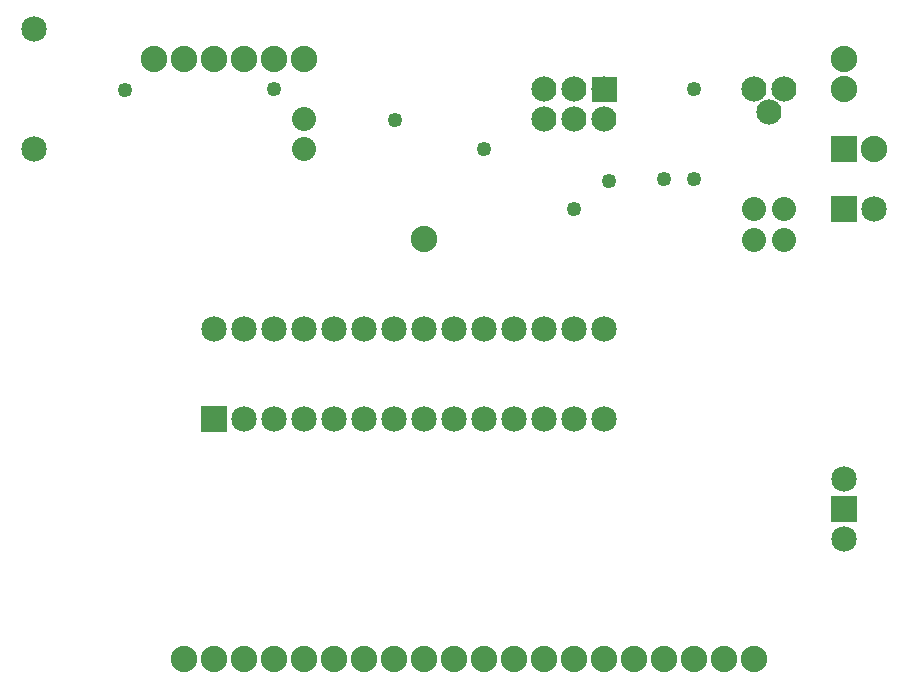
<source format=gbs>
G04 MADE WITH FRITZING*
G04 WWW.FRITZING.ORG*
G04 DOUBLE SIDED*
G04 HOLES PLATED*
G04 CONTOUR ON CENTER OF CONTOUR VECTOR*
%ASAXBY*%
%FSLAX23Y23*%
%MOIN*%
%OFA0B0*%
%SFA1.0B1.0*%
%ADD10C,0.088000*%
%ADD11C,0.049370*%
%ADD12C,0.085000*%
%ADD13C,0.080000*%
%ADD14C,0.084000*%
%ADD15R,0.085000X0.085000*%
%ADD16R,0.088000X0.088000*%
%ADD17R,0.001000X0.001000*%
%LNMASK0*%
G90*
G70*
G54D10*
X819Y2068D03*
X919Y2068D03*
X1019Y2068D03*
X1119Y2068D03*
X1219Y2068D03*
X1319Y2068D03*
G54D11*
X1620Y1867D03*
X1919Y1768D03*
X721Y1965D03*
X1219Y1968D03*
X2619Y1668D03*
X2219Y1568D03*
X2334Y1664D03*
X2519Y1668D03*
X2619Y1968D03*
G54D12*
X419Y2168D03*
X419Y1768D03*
G54D13*
X2919Y1568D03*
X2919Y1467D03*
G54D12*
X3119Y468D03*
X3119Y568D03*
X3119Y668D03*
G54D10*
X3119Y1768D03*
X3219Y1768D03*
G54D14*
X2819Y1968D03*
X2869Y1893D03*
X2919Y1968D03*
G54D12*
X3119Y1568D03*
X3219Y1568D03*
G54D13*
X2819Y1568D03*
X2819Y1467D03*
X1319Y1768D03*
X1319Y1868D03*
G54D10*
X1719Y1468D03*
X3119Y2068D03*
X3119Y1968D03*
G54D12*
X1019Y870D03*
X1019Y1170D03*
X1119Y870D03*
X1119Y1170D03*
X1219Y870D03*
X1219Y1170D03*
X1319Y870D03*
X1319Y1170D03*
X1419Y870D03*
X1419Y1170D03*
X1519Y870D03*
X1519Y1170D03*
X1619Y870D03*
X1619Y1170D03*
X1719Y870D03*
X1719Y1170D03*
X1819Y870D03*
X1819Y1170D03*
X1919Y870D03*
X1919Y1170D03*
X2019Y870D03*
X2019Y1170D03*
X2119Y870D03*
X2119Y1170D03*
X2219Y870D03*
X2219Y1170D03*
X2319Y870D03*
X2319Y1170D03*
G54D10*
X919Y68D03*
X1019Y68D03*
X1119Y68D03*
X1219Y68D03*
X1319Y68D03*
X1419Y68D03*
X1519Y68D03*
X1619Y68D03*
X1719Y68D03*
X1819Y68D03*
X1919Y68D03*
X2019Y68D03*
X2119Y68D03*
X2219Y68D03*
X2319Y68D03*
X2419Y68D03*
X2519Y68D03*
X2619Y68D03*
X2719Y68D03*
X2819Y68D03*
G54D14*
X2319Y1968D03*
X2319Y1868D03*
X2219Y1968D03*
X2219Y1868D03*
X2119Y1968D03*
X2119Y1868D03*
G54D15*
X3119Y568D03*
G54D16*
X3119Y1768D03*
G54D15*
X3119Y1568D03*
X1019Y870D03*
G54D17*
X2277Y2009D02*
X2360Y2009D01*
X2277Y2008D02*
X2360Y2008D01*
X2277Y2007D02*
X2360Y2007D01*
X2277Y2006D02*
X2360Y2006D01*
X2277Y2005D02*
X2360Y2005D01*
X2277Y2004D02*
X2360Y2004D01*
X2277Y2003D02*
X2360Y2003D01*
X2277Y2002D02*
X2360Y2002D01*
X2277Y2001D02*
X2360Y2001D01*
X2277Y2000D02*
X2360Y2000D01*
X2277Y1999D02*
X2360Y1999D01*
X2277Y1998D02*
X2360Y1998D01*
X2277Y1997D02*
X2360Y1997D01*
X2277Y1996D02*
X2360Y1996D01*
X2277Y1995D02*
X2360Y1995D01*
X2277Y1994D02*
X2360Y1994D01*
X2277Y1993D02*
X2360Y1993D01*
X2277Y1992D02*
X2360Y1992D01*
X2277Y1991D02*
X2360Y1991D01*
X2277Y1990D02*
X2360Y1990D01*
X2277Y1989D02*
X2360Y1989D01*
X2277Y1988D02*
X2360Y1988D01*
X2277Y1987D02*
X2360Y1987D01*
X2277Y1986D02*
X2360Y1986D01*
X2277Y1985D02*
X2360Y1985D01*
X2277Y1984D02*
X2360Y1984D01*
X2277Y1983D02*
X2360Y1983D01*
X2277Y1982D02*
X2313Y1982D01*
X2324Y1982D02*
X2360Y1982D01*
X2277Y1981D02*
X2311Y1981D01*
X2327Y1981D02*
X2360Y1981D01*
X2277Y1980D02*
X2309Y1980D01*
X2328Y1980D02*
X2360Y1980D01*
X2277Y1979D02*
X2308Y1979D01*
X2329Y1979D02*
X2360Y1979D01*
X2277Y1978D02*
X2307Y1978D01*
X2330Y1978D02*
X2360Y1978D01*
X2277Y1977D02*
X2306Y1977D01*
X2331Y1977D02*
X2360Y1977D01*
X2277Y1976D02*
X2306Y1976D01*
X2332Y1976D02*
X2360Y1976D01*
X2277Y1975D02*
X2305Y1975D01*
X2332Y1975D02*
X2360Y1975D01*
X2277Y1974D02*
X2304Y1974D01*
X2333Y1974D02*
X2360Y1974D01*
X2277Y1973D02*
X2304Y1973D01*
X2333Y1973D02*
X2360Y1973D01*
X2277Y1972D02*
X2304Y1972D01*
X2334Y1972D02*
X2360Y1972D01*
X2277Y1971D02*
X2304Y1971D01*
X2334Y1971D02*
X2360Y1971D01*
X2277Y1970D02*
X2303Y1970D01*
X2334Y1970D02*
X2360Y1970D01*
X2277Y1969D02*
X2303Y1969D01*
X2334Y1969D02*
X2360Y1969D01*
X2277Y1968D02*
X2303Y1968D01*
X2334Y1968D02*
X2360Y1968D01*
X2277Y1967D02*
X2303Y1967D01*
X2334Y1967D02*
X2360Y1967D01*
X2277Y1966D02*
X2303Y1966D01*
X2334Y1966D02*
X2360Y1966D01*
X2277Y1965D02*
X2304Y1965D01*
X2334Y1965D02*
X2360Y1965D01*
X2277Y1964D02*
X2304Y1964D01*
X2334Y1964D02*
X2360Y1964D01*
X2277Y1963D02*
X2304Y1963D01*
X2333Y1963D02*
X2360Y1963D01*
X2277Y1962D02*
X2304Y1962D01*
X2333Y1962D02*
X2360Y1962D01*
X2277Y1961D02*
X2305Y1961D01*
X2333Y1961D02*
X2360Y1961D01*
X2277Y1960D02*
X2305Y1960D01*
X2332Y1960D02*
X2360Y1960D01*
X2277Y1959D02*
X2306Y1959D01*
X2331Y1959D02*
X2360Y1959D01*
X2277Y1958D02*
X2307Y1958D01*
X2330Y1958D02*
X2360Y1958D01*
X2277Y1957D02*
X2308Y1957D01*
X2329Y1957D02*
X2360Y1957D01*
X2277Y1956D02*
X2309Y1956D01*
X2328Y1956D02*
X2360Y1956D01*
X2277Y1955D02*
X2311Y1955D01*
X2327Y1955D02*
X2360Y1955D01*
X2277Y1954D02*
X2312Y1954D01*
X2325Y1954D02*
X2360Y1954D01*
X2277Y1953D02*
X2317Y1953D01*
X2320Y1953D02*
X2360Y1953D01*
X2277Y1952D02*
X2360Y1952D01*
X2277Y1951D02*
X2360Y1951D01*
X2277Y1950D02*
X2360Y1950D01*
X2277Y1949D02*
X2360Y1949D01*
X2277Y1948D02*
X2360Y1948D01*
X2277Y1947D02*
X2360Y1947D01*
X2277Y1946D02*
X2360Y1946D01*
X2277Y1945D02*
X2360Y1945D01*
X2277Y1944D02*
X2360Y1944D01*
X2277Y1943D02*
X2360Y1943D01*
X2277Y1942D02*
X2360Y1942D01*
X2277Y1941D02*
X2360Y1941D01*
X2277Y1940D02*
X2360Y1940D01*
X2277Y1939D02*
X2360Y1939D01*
X2277Y1938D02*
X2360Y1938D01*
X2277Y1937D02*
X2360Y1937D01*
X2277Y1936D02*
X2360Y1936D01*
X2277Y1935D02*
X2360Y1935D01*
X2277Y1934D02*
X2360Y1934D01*
X2277Y1933D02*
X2360Y1933D01*
X2277Y1932D02*
X2360Y1932D01*
X2277Y1931D02*
X2360Y1931D01*
X2277Y1930D02*
X2360Y1930D01*
X2277Y1929D02*
X2360Y1929D01*
X2277Y1928D02*
X2360Y1928D01*
X2277Y1927D02*
X2360Y1927D01*
X2278Y1926D02*
X2360Y1926D01*
D02*
G04 End of Mask0*
M02*
</source>
